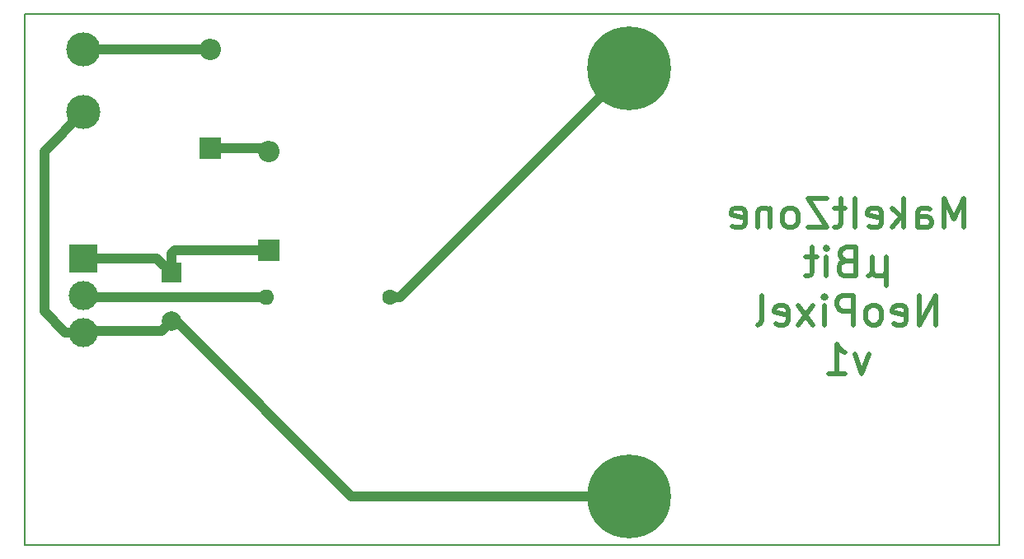
<source format=gbr>
G04 #@! TF.GenerationSoftware,KiCad,Pcbnew,(5.0.1-3-g963ef8bb5)*
G04 #@! TF.CreationDate,2018-11-12T21:15:35-08:00*
G04 #@! TF.ProjectId,NeoPixelCreature,4E656F506978656C4372656174757265,rev?*
G04 #@! TF.SameCoordinates,Original*
G04 #@! TF.FileFunction,Copper,L2,Bot,Signal*
G04 #@! TF.FilePolarity,Positive*
%FSLAX46Y46*%
G04 Gerber Fmt 4.6, Leading zero omitted, Abs format (unit mm)*
G04 Created by KiCad (PCBNEW (5.0.1-3-g963ef8bb5)) date Monday, November 12, 2018 at 09:15:35 pm*
%MOMM*%
%LPD*%
G01*
G04 APERTURE LIST*
G04 #@! TA.AperFunction,NonConductor*
%ADD10C,0.150000*%
G04 #@! TD*
G04 #@! TA.AperFunction,NonConductor*
%ADD11C,0.500000*%
G04 #@! TD*
G04 #@! TA.AperFunction,ComponentPad*
%ADD12R,2.200000X2.200000*%
G04 #@! TD*
G04 #@! TA.AperFunction,ComponentPad*
%ADD13O,2.200000X2.200000*%
G04 #@! TD*
G04 #@! TA.AperFunction,ComponentPad*
%ADD14C,8.600000*%
G04 #@! TD*
G04 #@! TA.AperFunction,ComponentPad*
%ADD15C,3.500120*%
G04 #@! TD*
G04 #@! TA.AperFunction,ComponentPad*
%ADD16C,1.600000*%
G04 #@! TD*
G04 #@! TA.AperFunction,ComponentPad*
%ADD17O,1.600000X1.600000*%
G04 #@! TD*
G04 #@! TA.AperFunction,ComponentPad*
%ADD18R,2.000000X2.000000*%
G04 #@! TD*
G04 #@! TA.AperFunction,ComponentPad*
%ADD19C,2.000000*%
G04 #@! TD*
G04 #@! TA.AperFunction,ComponentPad*
%ADD20R,2.999740X2.999740*%
G04 #@! TD*
G04 #@! TA.AperFunction,ComponentPad*
%ADD21C,2.999740*%
G04 #@! TD*
G04 #@! TA.AperFunction,Conductor*
%ADD22C,1.000000*%
G04 #@! TD*
G04 APERTURE END LIST*
D10*
X120000000Y-20390000D02*
X120000000Y-75000000D01*
X20000000Y-20390000D02*
X120000000Y-20390000D01*
X20000000Y-20390000D02*
X20000000Y-75000000D01*
X20000000Y-75000000D02*
X120000000Y-75000000D01*
D11*
X116357142Y-42357142D02*
X116357142Y-39357142D01*
X115357142Y-41500000D01*
X114357142Y-39357142D01*
X114357142Y-42357142D01*
X111642857Y-42357142D02*
X111642857Y-40785714D01*
X111785714Y-40500000D01*
X112071428Y-40357142D01*
X112642857Y-40357142D01*
X112928571Y-40500000D01*
X111642857Y-42214285D02*
X111928571Y-42357142D01*
X112642857Y-42357142D01*
X112928571Y-42214285D01*
X113071428Y-41928571D01*
X113071428Y-41642857D01*
X112928571Y-41357142D01*
X112642857Y-41214285D01*
X111928571Y-41214285D01*
X111642857Y-41071428D01*
X110214285Y-42357142D02*
X110214285Y-39357142D01*
X109928571Y-41214285D02*
X109071428Y-42357142D01*
X109071428Y-40357142D02*
X110214285Y-41500000D01*
X106642857Y-42214285D02*
X106928571Y-42357142D01*
X107500000Y-42357142D01*
X107785714Y-42214285D01*
X107928571Y-41928571D01*
X107928571Y-40785714D01*
X107785714Y-40500000D01*
X107500000Y-40357142D01*
X106928571Y-40357142D01*
X106642857Y-40500000D01*
X106500000Y-40785714D01*
X106500000Y-41071428D01*
X107928571Y-41357142D01*
X105214285Y-42357142D02*
X105214285Y-39357142D01*
X104214285Y-40357142D02*
X103071428Y-40357142D01*
X103785714Y-39357142D02*
X103785714Y-41928571D01*
X103642857Y-42214285D01*
X103357142Y-42357142D01*
X103071428Y-42357142D01*
X102357142Y-39357142D02*
X100357142Y-39357142D01*
X102357142Y-42357142D01*
X100357142Y-42357142D01*
X98785714Y-42357142D02*
X99071428Y-42214285D01*
X99214285Y-42071428D01*
X99357142Y-41785714D01*
X99357142Y-40928571D01*
X99214285Y-40642857D01*
X99071428Y-40500000D01*
X98785714Y-40357142D01*
X98357142Y-40357142D01*
X98071428Y-40500000D01*
X97928571Y-40642857D01*
X97785714Y-40928571D01*
X97785714Y-41785714D01*
X97928571Y-42071428D01*
X98071428Y-42214285D01*
X98357142Y-42357142D01*
X98785714Y-42357142D01*
X96500000Y-40357142D02*
X96500000Y-42357142D01*
X96500000Y-40642857D02*
X96357142Y-40500000D01*
X96071428Y-40357142D01*
X95642857Y-40357142D01*
X95357142Y-40500000D01*
X95214285Y-40785714D01*
X95214285Y-42357142D01*
X92642857Y-42214285D02*
X92928571Y-42357142D01*
X93500000Y-42357142D01*
X93785714Y-42214285D01*
X93928571Y-41928571D01*
X93928571Y-40785714D01*
X93785714Y-40500000D01*
X93500000Y-40357142D01*
X92928571Y-40357142D01*
X92642857Y-40500000D01*
X92500000Y-40785714D01*
X92500000Y-41071428D01*
X93928571Y-41357142D01*
X108428571Y-45357142D02*
X108428571Y-48357142D01*
X107000000Y-46928571D02*
X106857142Y-47214285D01*
X106571428Y-47357142D01*
X108428571Y-46928571D02*
X108285714Y-47214285D01*
X108000000Y-47357142D01*
X107428571Y-47357142D01*
X107142857Y-47214285D01*
X107000000Y-46928571D01*
X107000000Y-45357142D01*
X104285714Y-45785714D02*
X103857142Y-45928571D01*
X103714285Y-46071428D01*
X103571428Y-46357142D01*
X103571428Y-46785714D01*
X103714285Y-47071428D01*
X103857142Y-47214285D01*
X104142857Y-47357142D01*
X105285714Y-47357142D01*
X105285714Y-44357142D01*
X104285714Y-44357142D01*
X104000000Y-44500000D01*
X103857142Y-44642857D01*
X103714285Y-44928571D01*
X103714285Y-45214285D01*
X103857142Y-45500000D01*
X104000000Y-45642857D01*
X104285714Y-45785714D01*
X105285714Y-45785714D01*
X102285714Y-47357142D02*
X102285714Y-45357142D01*
X102285714Y-44357142D02*
X102428571Y-44500000D01*
X102285714Y-44642857D01*
X102142857Y-44500000D01*
X102285714Y-44357142D01*
X102285714Y-44642857D01*
X101285714Y-45357142D02*
X100142857Y-45357142D01*
X100857142Y-44357142D02*
X100857142Y-46928571D01*
X100714285Y-47214285D01*
X100428571Y-47357142D01*
X100142857Y-47357142D01*
X113500000Y-52357142D02*
X113500000Y-49357142D01*
X111785714Y-52357142D01*
X111785714Y-49357142D01*
X109214285Y-52214285D02*
X109500000Y-52357142D01*
X110071428Y-52357142D01*
X110357142Y-52214285D01*
X110500000Y-51928571D01*
X110500000Y-50785714D01*
X110357142Y-50500000D01*
X110071428Y-50357142D01*
X109500000Y-50357142D01*
X109214285Y-50500000D01*
X109071428Y-50785714D01*
X109071428Y-51071428D01*
X110500000Y-51357142D01*
X107357142Y-52357142D02*
X107642857Y-52214285D01*
X107785714Y-52071428D01*
X107928571Y-51785714D01*
X107928571Y-50928571D01*
X107785714Y-50642857D01*
X107642857Y-50500000D01*
X107357142Y-50357142D01*
X106928571Y-50357142D01*
X106642857Y-50500000D01*
X106500000Y-50642857D01*
X106357142Y-50928571D01*
X106357142Y-51785714D01*
X106500000Y-52071428D01*
X106642857Y-52214285D01*
X106928571Y-52357142D01*
X107357142Y-52357142D01*
X105071428Y-52357142D02*
X105071428Y-49357142D01*
X103928571Y-49357142D01*
X103642857Y-49500000D01*
X103500000Y-49642857D01*
X103357142Y-49928571D01*
X103357142Y-50357142D01*
X103500000Y-50642857D01*
X103642857Y-50785714D01*
X103928571Y-50928571D01*
X105071428Y-50928571D01*
X102071428Y-52357142D02*
X102071428Y-50357142D01*
X102071428Y-49357142D02*
X102214285Y-49500000D01*
X102071428Y-49642857D01*
X101928571Y-49500000D01*
X102071428Y-49357142D01*
X102071428Y-49642857D01*
X100928571Y-52357142D02*
X99357142Y-50357142D01*
X100928571Y-50357142D02*
X99357142Y-52357142D01*
X97071428Y-52214285D02*
X97357142Y-52357142D01*
X97928571Y-52357142D01*
X98214285Y-52214285D01*
X98357142Y-51928571D01*
X98357142Y-50785714D01*
X98214285Y-50500000D01*
X97928571Y-50357142D01*
X97357142Y-50357142D01*
X97071428Y-50500000D01*
X96928571Y-50785714D01*
X96928571Y-51071428D01*
X98357142Y-51357142D01*
X95214285Y-52357142D02*
X95500000Y-52214285D01*
X95642857Y-51928571D01*
X95642857Y-49357142D01*
X106642857Y-55357142D02*
X105928571Y-57357142D01*
X105214285Y-55357142D01*
X102500000Y-57357142D02*
X104214285Y-57357142D01*
X103357142Y-57357142D02*
X103357142Y-54357142D01*
X103642857Y-54785714D01*
X103928571Y-55071428D01*
X104214285Y-55214285D01*
D12*
G04 #@! TO.P,D1,1*
G04 #@! TO.N,Net-(D1-Pad1)*
X39000000Y-34160000D03*
D13*
G04 #@! TO.P,D1,2*
G04 #@! TO.N,+5V*
X39000000Y-24000000D03*
G04 #@! TD*
D14*
G04 #@! TO.P,bitPinGnd1,1*
G04 #@! TO.N,GND*
X82000000Y-70000000D03*
G04 #@! TD*
D15*
G04 #@! TO.P,5VBat1,1*
G04 #@! TO.N,+5V*
X26000000Y-24000000D03*
G04 #@! TD*
G04 #@! TO.P,BatGnd1,1*
G04 #@! TO.N,GND*
X26000000Y-30500000D03*
G04 #@! TD*
D16*
G04 #@! TO.P,R1,1*
G04 #@! TO.N,Net-(R1-Pad1)*
X57500000Y-49500000D03*
D17*
G04 #@! TO.P,R1,2*
G04 #@! TO.N,Net-(J1-Pad2)*
X44800000Y-49500000D03*
G04 #@! TD*
D14*
G04 #@! TO.P,bitPin0-data1,1*
G04 #@! TO.N,Net-(R1-Pad1)*
X82000000Y-26000000D03*
G04 #@! TD*
D18*
G04 #@! TO.P,C1,1*
G04 #@! TO.N,Net-(C1-Pad1)*
X35000000Y-47000000D03*
D19*
G04 #@! TO.P,C1,2*
G04 #@! TO.N,GND*
X35000000Y-52000000D03*
G04 #@! TD*
D12*
G04 #@! TO.P,D2,1*
G04 #@! TO.N,Net-(C1-Pad1)*
X45000000Y-44660000D03*
D13*
G04 #@! TO.P,D2,2*
G04 #@! TO.N,Net-(D1-Pad1)*
X45000000Y-34500000D03*
G04 #@! TD*
D20*
G04 #@! TO.P,J1,1*
G04 #@! TO.N,Net-(C1-Pad1)*
X26000000Y-45500000D03*
D21*
G04 #@! TO.P,J1,2*
G04 #@! TO.N,Net-(J1-Pad2)*
X26000000Y-49310000D03*
G04 #@! TO.P,J1,3*
G04 #@! TO.N,GND*
X26000000Y-53120000D03*
G04 #@! TD*
D22*
G04 #@! TO.N,Net-(D1-Pad1)*
X44660000Y-34160000D02*
X45000000Y-34500000D01*
X39000000Y-34160000D02*
X44660000Y-34160000D01*
G04 #@! TO.N,+5V*
X32000000Y-24000000D02*
X39000000Y-24000000D01*
X26000000Y-24000000D02*
X32000000Y-24000000D01*
G04 #@! TO.N,GND*
X53500000Y-70000000D02*
X82000000Y-70000000D01*
X35500000Y-52000000D02*
X53500000Y-70000000D01*
X35000000Y-52000000D02*
X35500000Y-52000000D01*
X34000000Y-53000000D02*
X35000000Y-52000000D01*
X26120000Y-53000000D02*
X34000000Y-53000000D01*
X26000000Y-53120000D02*
X26120000Y-53000000D01*
X24120000Y-53120000D02*
X26000000Y-53120000D01*
X22000000Y-34500000D02*
X22000000Y-51000000D01*
X22000000Y-51000000D02*
X24120000Y-53120000D01*
X26000000Y-30500000D02*
X22000000Y-34500000D01*
G04 #@! TO.N,Net-(J1-Pad2)*
X26190000Y-49500000D02*
X26000000Y-49310000D01*
X44800000Y-49500000D02*
X26190000Y-49500000D01*
G04 #@! TO.N,Net-(R1-Pad1)*
X58500000Y-49500000D02*
X57500000Y-49500000D01*
X82000000Y-26000000D02*
X58500000Y-49500000D01*
G04 #@! TO.N,Net-(C1-Pad1)*
X35000000Y-45000000D02*
X35000000Y-47000000D01*
X35340000Y-44660000D02*
X35000000Y-45000000D01*
X45000000Y-44660000D02*
X35340000Y-44660000D01*
X33500000Y-45500000D02*
X35000000Y-47000000D01*
X26000000Y-45500000D02*
X33500000Y-45500000D01*
G04 #@! TD*
M02*

</source>
